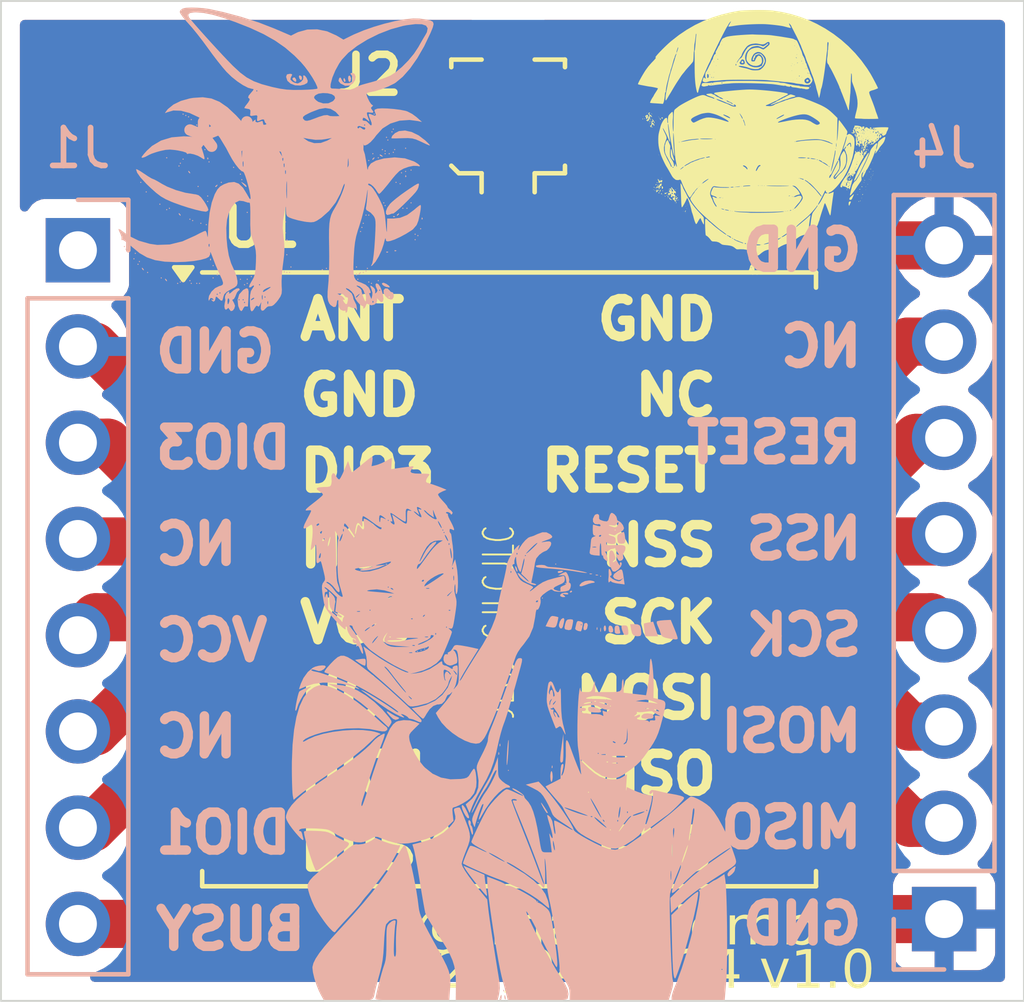
<source format=kicad_pcb>
(kicad_pcb (version 20240108) (generator "pcbnew") (generator_version "8.0")
  (layers (0 "F.Cu" signal) (31 "B.Cu" signal) (34 "B.Paste" user) (35 "F.Paste" user) (36 "B.SilkS" user "B.Silkscreen") (37 "F.SilkS" user "F.Silkscreen") (38 "B.Mask" user) (39 "F.Mask" user) (44 "Edge.Cuts" user))
  (net 0 "")
  (net 1 "/DIO3")
  (net 2 "/NC6")
  (net 3 "/BUSY")
  (net 4 "/DIO1")
  (net 5 "/NSS")
  (net 6 "/MISO")
  (net 7 "/SCK")
  (net 8 "/MOSI")
  (net 9 "/RESET")
  (net 10 "/ANT")
  (net 11 "unconnected-(J1-Pin_1-Pad1)")
  (net 12 "/GND")
  (net 13 "/VCC")
  (net 14 "/NC4")
  (net 15 "/NC7")
  (footprint "Connector_Coaxial:U.FL_Molex_MCRF_73412-0110_Vertical" (layer "F.Cu") (at 79.9338 85.3694)
    (property "Reference" "J2" (at -3.683 -1.0922 0) (layer "F.SilkS") (effects (font (thickness 0.2) (bold yes))))
    (property "Value" "Conn_Coaxial")
    (pad "1" smd rect (at 0 1.5) (size 1 1) (layers "F.Cu" "F.Paste" "F.Mask") (net 10 "/ANT"))
    (pad "2" smd rect (at -1.475 0) (size 1.05 2.2) (layers "F.Cu" "F.Paste" "F.Mask") (net 12 "/GND"))
    (pad "2" smd rect (at 0 -1.5) (size 1 1) (layers "F.Cu" "F.Paste" "F.Mask") (net 12 "/GND"))
    (pad "2" smd rect (at 1.475 0) (size 1.05 2.2) (layers "F.Cu" "F.Paste" "F.Mask") (net 12 "/GND"))
  )
  (footprint "RF_Module:HOPERF_RFM9XW_SMD" (layer "F.Cu") (at 79.9592 97.5868)
    (property "Reference" "U1" (at -6.5278 -9.2964 0) (layer "F.SilkS") (effects (font (thickness 0.2) (bold yes))))
    (property "Value" "~")
    (pad "1" smd roundrect (at -7.525 -7) (size 2.95 1.27) (layers "F.Cu" "F.Paste" "F.Mask") (net 10 "/ANT"))
    (pad "2" smd roundrect (at -7.525 -5) (size 2.95 1.27) (layers "F.Cu" "F.Paste" "F.Mask") (net 12 "/GND"))
    (pad "3" smd roundrect (at -7.525 -3) (size 2.95 1.27) (layers "F.Cu" "F.Paste" "F.Mask") (net 1 "/DIO3"))
    (pad "4" smd roundrect (at -7.525 -1) (size 2.95 1.27) (layers "F.Cu" "F.Paste" "F.Mask") (net 14 "/NC4"))
    (pad "5" smd roundrect (at -7.525 1) (size 2.95 1.27) (layers "F.Cu" "F.Paste" "F.Mask") (net 13 "/VCC"))
    (pad "6" smd roundrect (at -7.525 3) (size 2.95 1.27) (layers "F.Cu" "F.Paste" "F.Mask") (net 2 "/NC6"))
    (pad "7" smd roundrect (at -7.525 5) (size 2.95 1.27) (layers "F.Cu" "F.Paste" "F.Mask") (net 4 "/DIO1"))
    (pad "8" smd roundrect (at -7.525 7) (size 2.95 1.27) (layers "F.Cu" "F.Paste" "F.Mask") (net 3 "/BUSY"))
    (pad "9" smd roundrect (at 7.525 7) (size 2.95 1.27) (layers "F.Cu" "F.Paste" "F.Mask") (net 12 "/GND"))
    (pad "10" smd roundrect (at 7.525 5) (size 2.95 1.27) (layers "F.Cu" "F.Paste" "F.Mask") (net 6 "/MISO"))
    (pad "11" smd roundrect (at 7.525 3) (size 2.95 1.27) (layers "F.Cu" "F.Paste" "F.Mask") (net 8 "/MOSI"))
    (pad "12" smd roundrect (at 7.525 1) (size 2.95 1.27) (layers "F.Cu" "F.Paste" "F.Mask") (net 7 "/SCK"))
    (pad "13" smd roundrect (at 7.525 -1) (size 2.95 1.27) (layers "F.Cu" "F.Paste" "F.Mask") (net 5 "/NSS"))
    (pad "14" smd roundrect (at 7.525 -3) (size 2.95 1.27) (layers "F.Cu" "F.Paste" "F.Mask") (net 9 "/RESET"))
    (pad "15" smd roundrect (at 7.525 -5) (size 2.95 1.27) (layers "F.Cu" "F.Paste" "F.Mask") (net 15 "/NC7"))
    (pad "16" smd roundrect (at 7.525 -7) (size 2.95 1.27) (layers "F.Cu" "F.Paste" "F.Mask") (net 12 "/GND"))
  )
  (footprint "LOGO" (layer "F.Cu") (at 86.500724 86.04998)
    (property "Reference" "G***" (hide yes))
    (property "Value" "LOGO" (hide yes))
  )
  (footprint "Connector_PinHeader_2.54mm:PinHeader_1x08_P2.54mm_Vertical" (layer "B.Cu") (at 91.44 106.553)
    (property "Reference" "J4" (at 0 -20.3454 0) (layer "B.SilkS") (effects (justify mirror)))
    (property "Value" "Conn_01x08_Pin")
    (pad "1" thru_hole rect (at 0 0) (size 1.7 1.7) (drill 1) (layers "*.Cu" "*.Mask") (net 12 "/GND"))
    (pad "2" thru_hole oval (at 0 -2.54) (size 1.7 1.7) (drill 1) (layers "*.Cu" "*.Mask") (net 6 "/MISO"))
    (pad "3" thru_hole oval (at 0 -5.08) (size 1.7 1.7) (drill 1) (layers "*.Cu" "*.Mask") (net 8 "/MOSI"))
    (pad "4" thru_hole oval (at 0 -7.62) (size 1.7 1.7) (drill 1) (layers "*.Cu" "*.Mask") (net 7 "/SCK"))
    (pad "5" thru_hole oval (at 0 -10.16) (size 1.7 1.7) (drill 1) (layers "*.Cu" "*.Mask") (net 5 "/NSS"))
    (pad "6" thru_hole oval (at 0 -12.7) (size 1.7 1.7) (drill 1) (layers "*.Cu" "*.Mask") (net 9 "/RESET"))
    (pad "7" thru_hole oval (at 0 -15.24) (size 1.7 1.7) (drill 1) (layers "*.Cu" "*.Mask") (net 15 "/NC7"))
    (pad "8" thru_hole oval (at 0 -17.78) (size 1.7 1.7) (drill 1) (layers "*.Cu" "*.Mask") (net 12 "/GND"))
  )
  (footprint "Connector_PinHeader_2.54mm:PinHeader_1x08_P2.54mm_Vertical" (layer "B.Cu") (at 68.58 88.9 180)
    (property "Reference" "J1" (at 0 2.6924 180) (layer "B.SilkS") (effects (justify mirror)))
    (property "Value" "Conn_01x08_Pin")
    (pad "1" thru_hole rect (at 0 0 180) (size 1.7 1.7) (drill 1) (layers "*.Cu" "*.Mask") (net 11 "unconnected-(J1-Pin_1-Pad1)"))
    (pad "2" thru_hole oval (at 0 -2.54 180) (size 1.7 1.7) (drill 1) (layers "*.Cu" "*.Mask") (net 12 "/GND"))
    (pad "3" thru_hole oval (at 0 -5.08 180) (size 1.7 1.7) (drill 1) (layers "*.Cu" "*.Mask") (net 1 "/DIO3"))
    (pad "4" thru_hole oval (at 0 -7.62 180) (size 1.7 1.7) (drill 1) (layers "*.Cu" "*.Mask") (net 14 "/NC4"))
    (pad "5" thru_hole oval (at 0 -10.16 180) (size 1.7 1.7) (drill 1) (layers "*.Cu" "*.Mask") (net 13 "/VCC"))
    (pad "6" thru_hole oval (at 0 -12.7 180) (size 1.7 1.7) (drill 1) (layers "*.Cu" "*.Mask") (net 2 "/NC6"))
    (pad "7" thru_hole oval (at 0 -15.24 180) (size 1.7 1.7) (drill 1) (layers "*.Cu" "*.Mask") (net 4 "/DIO1"))
    (pad "8" thru_hole oval (at 0 -17.78 180) (size 1.7 1.7) (drill 1) (layers "*.Cu" "*.Mask") (net 3 "/BUSY"))
  )
  (footprint "LOGO" (layer "B.Cu") (at 80.052629 98.031949 180)
    (property "Reference" "G***" (hide yes))
    (property "Value" "LOGO" (hide yes))
  )
  (footprint "LOGO" (layer "B.Cu") (at 73.787 86.3346 180)
    (property "Reference" "G***" (at 0 0 180) (layer "B.SilkS") (effects (font (size 1.5 1.5) (thickness 0.3)) (justify mirror)))
    (property "Value" "LOGO" (hide yes))
  )
  (gr_rect (start 66.548 82.3214) (end 93.5482 108.712) (stroke (width 0.05)) (fill none) (layer "Edge.Cuts"))
  (gr_text "MOSI" (at 89.3826 102.1842 -0) (layer "B.SilkS") (effects (font (size 1 1) (thickness 0.25) (bold yes)) (justify left bottom mirror)))
  (gr_text "GND" (at 89.3826 107.2642 -0) (layer "B.SilkS") (effects (font (size 1 1) (thickness 0.25) (bold yes)) (justify left bottom mirror)))
  (gr_text "BUSY\n" (at 74.701353 107.40625 -0) (layer "B.SilkS") (effects (font (size 1 1) (thickness 0.25) (bold yes)) (justify left bottom mirror)))
  (gr_text "RESET" (at 89.3826 94.5642 -0) (layer "B.SilkS") (effects (font (size 1 1) (thickness 0.25) (bold yes)) (justify left bottom mirror)))
  (gr_text "MISO\n" (at 89.3826 104.7242 -0) (layer "B.SilkS") (effects (font (size 1 1) (thickness 0.25) (bold yes)) (justify left bottom mirror)))
  (gr_text "VCC\n" (at 73.701353 99.78625 -0) (layer "B.SilkS") (effects (font (size 1 1) (thickness 0.25) (bold yes)) (justify left bottom mirror)))
  (gr_text "SCK" (at 89.3826 99.6442 -0) (layer "B.SilkS") (effects (font (size 1 1) (thickness 0.25) (bold yes)) (justify left bottom mirror)))
  (gr_text "GND" (at 73.891829 92.16625 -0) (layer "B.SilkS") (effects (font (size 1 1) (thickness 0.25) (bold yes)) (justify left bottom mirror)))
  (gr_text "NC" (at 89.3826 92.0242 -0) (layer "B.SilkS") (effects (font (size 1 1) (thickness 0.25) (bold yes)) (justify left bottom mirror)))
  (gr_text "NSS" (at 89.3826 97.1042 -0) (layer "B.SilkS") (effects (font (size 1 1) (thickness 0.25) (bold yes)) (justify left bottom mirror)))
  (gr_text "DIO1" (at 74.3204 104.86625 -0) (layer "B.SilkS") (effects (font (size 1 1) (thickness 0.25) (bold yes)) (justify left bottom mirror)))
  (gr_text "GND" (at 89.3826 89.4842 -0) (layer "B.SilkS") (effects (font (size 1 1) (thickness 0.25) (bold yes)) (justify left bottom mirror)))
  (gr_text "DIO3" (at 74.3204 94.70625 -0) (layer "B.SilkS") (effects (font (size 1 1) (thickness 0.25) (bold yes)) (justify left bottom mirror)))
  (gr_text "NC" (at 72.891829 97.24625 -0) (layer "B.SilkS") (effects (font (size 1 1) (thickness 0.25) (bold yes)) (justify left bottom mirror)))
  (gr_text "NC" (at 72.891829 102.32625 -0) (layer "B.SilkS") (effects (font (size 1 1) (thickness 0.25) (bold yes)) (justify left bottom mirror)))
  (gr_text "VCC\n" (at 74.3204 99.31305 0) (layer "F.SilkS") (effects (font (size 1 1) (thickness 0.25) (bold yes)) (justify left bottom)))
  (gr_text "NC" (at 74.3204 97.31305 0) (layer "F.SilkS") (effects (font (size 1 1) (thickness 0.25) (bold yes)) (justify left bottom)))
  (gr_text "RESET" (at 80.692809 95.31305 0) (layer "F.SilkS") (effects (font (size 1 1) (thickness 0.25) (bold yes)) (justify left bottom)))
  (gr_text "GND" (at 74.3204 93.31305 0) (layer "F.SilkS") (effects (font (size 1 1) (thickness 0.25) (bold yes)) (justify left bottom)))
  (gr_text "SCK" (at 82.264238 99.31305 0) (layer "F.SilkS") (effects (font (size 1 1) (thickness 0.25) (bold yes)) (justify left bottom)))
  (gr_text "NC" (at 74.3204 101.31305 0) (layer "F.SilkS") (effects (font (size 1 1) (thickness 0.25) (bold yes)) (justify left bottom)))
  (gr_text "MOSI" (at 81.597572 101.31305 0) (layer "F.SilkS") (effects (font (size 1 1) (thickness 0.25) (bold yes)) (justify left bottom)))
  (gr_text "DIO3" (at 74.3204 95.31305 0) (layer "F.SilkS") (effects (font (size 1 1) (thickness 0.25) (bold yes)) (justify left bottom)))
  (gr_text "GND" (at 82.169 91.31305 0) (layer "F.SilkS") (effects (font (size 1 1) (thickness 0.25) (bold yes)) (justify left bottom)))
  (gr_text "DIO1" (at 74.3204 103.31305 0) (layer "F.SilkS") (effects (font (size 1 1) (thickness 0.25) (bold yes)) (justify left bottom)))
  (gr_text "NSS" (at 82.264238 97.2784 0) (layer "F.SilkS") (effects (font (size 1 1) (thickness 0.25) (bold yes)) (justify left bottom)))
  (gr_text "21/04/2024 v1.0" (at 78.0542 108.5342 0) (layer "F.SilkS") (effects (font (size 1 1) (thickness 0.125)) (justify left bottom)))
  (gr_text "ANT" (at 74.3204 91.31305 -0) (layer "F.SilkS") (effects (font (size 1 1) (thickness 0.25) (bold yes)) (justify left bottom)))
  (gr_text "GND" (at 82.169 105.31305 0) (layer "F.SilkS") (effects (font (size 1 1) (thickness 0.25) (bold yes)) (justify left bottom)))
  (gr_text "BUSY\n" (at 74.3204 105.31305 0) (layer "F.SilkS") (effects (font (size 1 1) (thickness 0.25) (bold yes)) (justify left bottom)))
  (gr_text "MISO\n" (at 81.597572 103.31305 0) (layer "F.SilkS") (effects (font (size 1 1) (thickness 0.25) (bold yes)) (justify left bottom)))
  (gr_text "@jmarcelomb" (at 77.472413 107.3912 0) (layer "F.SilkS") (effects (font (size 1 1.1) (thickness 0.125) (italic yes)) (justify left bottom)))
  (gr_text "NC" (at 83.169 93.31305 0) (layer "F.SilkS") (effects (font (size 1 1) (thickness 0.25) (bold yes)) (justify left bottom)))
  (gr_text "JLCJLCJLCJLC" (at 80.1624 101.3206 90) (layer "F.SilkS") (effects (font (size 0.8 0.5) (thickness 0.05)) (justify left bottom)))
  (segment (start 69.9742 94.5868) (end 69.3674 93.98) (width 1.27) (layer "F.Cu") (net 1))
  (segment (start 69.3674 93.98) (end 68.58 93.98) (width 1.27) (layer "F.Cu") (net 1))
  (segment (start 72.4342 94.5868) (end 69.9742 94.5868) (width 1.27) (layer "F.Cu") (net 1))
  (segment (start 69.0372 101.6) (end 68.58 101.6) (width 1.27) (layer "F.Cu") (net 2))
  (segment (start 70.0504 100.5868) (end 69.0372 101.6) (width 1.27) (layer "F.Cu") (net 2))
  (segment (start 72.4342 100.5868) (end 70.0504 100.5868) (width 1.27) (layer "F.Cu") (net 2))
  (segment (start 70.341 106.68) (end 72.4342 104.5868) (width 1.27) (layer "F.Cu") (net 3))
  (segment (start 68.58 106.68) (end 70.341 106.68) (width 1.27) (layer "F.Cu") (net 3))
  (segment (start 72.4342 102.5868) (end 70.5142 102.5868) (width 1.27) (layer "F.Cu") (net 4))
  (segment (start 70.5142 102.5868) (end 68.961 104.14) (width 1.27) (layer "F.Cu") (net 4))
  (segment (start 68.961 104.14) (end 68.58 104.14) (width 1.27) (layer "F.Cu") (net 4))
  (segment (start 91.2462 96.5868) (end 91.44 96.393) (width 1.27) (layer "F.Cu") (net 5))
  (segment (start 87.4842 96.5868) (end 91.2462 96.5868) (width 1.27) (layer "F.Cu") (net 5))
  (segment (start 90.551 104.013) (end 91.44 104.013) (width 1.27) (layer "F.Cu") (net 6))
  (segment (start 89.1248 102.5868) (end 90.551 104.013) (width 1.27) (layer "F.Cu") (net 6))
  (segment (start 87.4842 102.5868) (end 89.1248 102.5868) (width 1.27) (layer "F.Cu") (net 6))
  (segment (start 91.0938 98.5868) (end 91.44 98.933) (width 1.27) (layer "F.Cu") (net 7))
  (segment (start 87.4842 98.5868) (end 91.0938 98.5868) (width 1.27) (layer "F.Cu") (net 7))
  (segment (start 87.4842 100.5868) (end 89.6394 100.5868) (width 1.27) (layer "F.Cu") (net 8))
  (segment (start 90.5256 101.473) (end 91.44 101.473) (width 1.27) (layer "F.Cu") (net 8))
  (segment (start 89.6394 100.5868) (end 90.5256 101.473) (width 1.27) (layer "F.Cu") (net 8))
  (segment (start 87.4842 94.5868) (end 89.9696 94.5868) (width 1.27) (layer "F.Cu") (net 9))
  (segment (start 90.7034 93.853) (end 91.44 93.853) (width 1.27) (layer "F.Cu") (net 9))
  (segment (start 89.9696 94.5868) (end 90.7034 93.853) (width 1.27) (layer "F.Cu") (net 9))
  (segment (start 79.9338 86.8694) (end 79.9338 88.0364) (width 1) (layer "F.Cu") (net 10))
  (segment (start 77.3834 90.5868) (end 72.4342 90.5868) (width 1) (layer "F.Cu") (net 10))
  (segment (start 79.9338 88.0364) (end 77.3834 90.5868) (width 1) (layer "F.Cu") (net 10))
  (segment (start 68.6308 88.8492) (end 68.58 88.9) (width 1.27) (layer "F.Cu") (net 11))
  (segment (start 70.0818 92.51) (end 69.0118 91.44) (width 1.27) (layer "F.Cu") (net 12))
  (segment (start 80.6944 83.8694) (end 81.4088 84.5838) (width 1) (layer "F.Cu") (net 12))
  (segment (start 78.4588 84.4822) (end 79.0716 83.8694) (width 1) (layer "F.Cu") (net 12))
  (segment (start 79.9338 83.8694) (end 80.6944 83.8694) (width 1) (layer "F.Cu") (net 12))
  (segment (start 87.4842 104.5868) (end 89.4504 106.553) (width 1.27) (layer "F.Cu") (net 12))
  (segment (start 89.298 88.773) (end 91.44 88.773) (width 1.27) (layer "F.Cu") (net 12))
  (segment (start 81.4088 84.5838) (end 81.4088 85.3694) (width 1) (layer "F.Cu") (net 12))
  (segment (start 78.4588 85.3694) (end 78.4588 84.4822) (width 1) (layer "F.Cu") (net 12))
  (segment (start 72.4342 92.5868) (end 72.3574 92.51) (width 1.27) (layer "F.Cu") (net 12))
  (segment (start 79.0716 83.8694) (end 79.9338 83.8694) (width 1) (layer "F.Cu") (net 12))
  (segment (start 87.4842 90.5868) (end 89.298 88.773) (width 1.27) (layer "F.Cu") (net 12))
  (segment (start 72.3574 92.51) (end 70.0818 92.51) (width 1.27) (layer "F.Cu") (net 12))
  (segment (start 69.0118 91.44) (end 68.58 91.44) (width 1.27) (layer "F.Cu") (net 12))
  (segment (start 89.4504 106.553) (end 91.44 106.553) (width 1.27) (layer "F.Cu") (net 12))
  (segment (start 69.0532 98.5868) (end 68.58 99.06) (width 1.27) (layer "F.Cu") (net 13))
  (segment (start 72.4342 98.5868) (end 69.0532 98.5868) (width 1.27) (layer "F.Cu") (net 13))
  (segment (start 68.6468 96.5868) (end 68.58 96.52) (width 1.27) (layer "F.Cu") (net 14))
  (segment (start 72.4342 96.5868) (end 68.6468 96.5868) (width 1.27) (layer "F.Cu") (net 14))
  (segment (start 89.201 92.5868) (end 90.4748 91.313) (width 1.27) (layer "F.Cu") (net 15))
  (segment (start 87.4842 92.5868) (end 89.201 92.5868) (width 1.27) (layer "F.Cu") (net 15))
  (segment (start 90.4748 91.313) (end 91.44 91.313) (width 1.27) (layer "F.Cu") (net 15))
  (zone (net 12) (net_name "/GND") (layers "F&B.Cu") (connect_pads (clearance 0.5)) (min_thickness 0.25) (fill yes (thermal_gap 0.5) (thermal_bridge_width 0.5))
    (polygon (pts (xy 66.5734 82.3468) (xy 66.548 108.712) (xy 93.5482 108.712) (xy 93.5482 82.3214)))
  )
)
</source>
